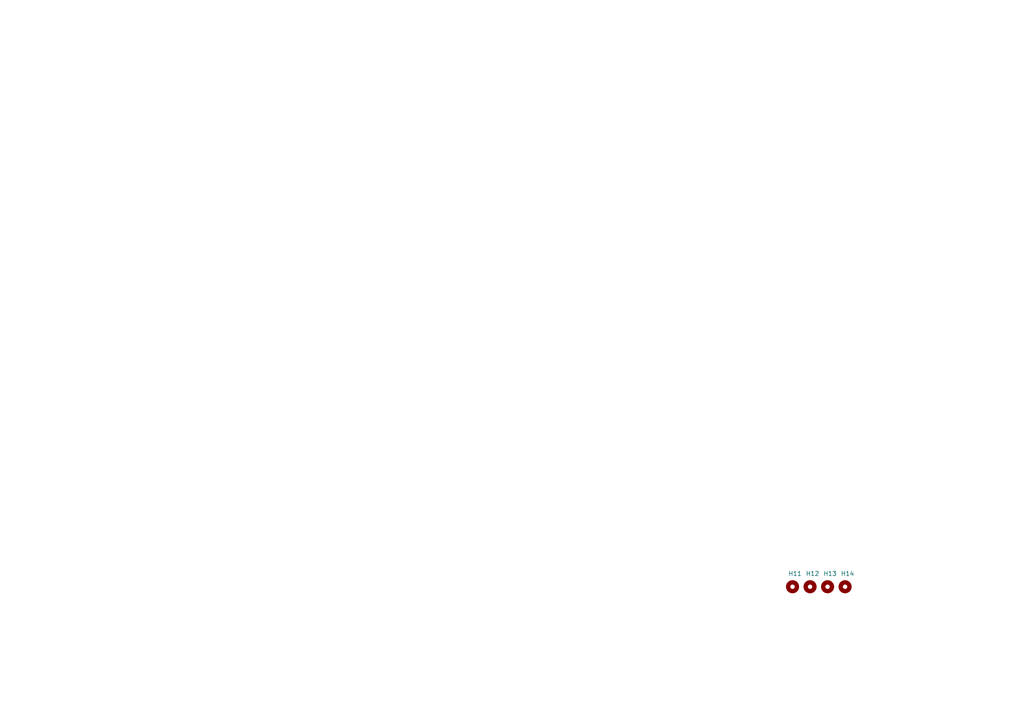
<source format=kicad_sch>
(kicad_sch (version 20230121) (generator eeschema)
  (paper "A4")
  (lib_symbols
    (symbol "Mechanical:MountingHole" (pin_names (offset 1.016))
      (property "Reference" "H" (at 0 5.08 0))
      (property "Value" "MountingHole" (at 0 3.175 0))
      (symbol "MountingHole_0_1"
        (circle (center 0 0) (radius 1.27) (stroke (width 1.27)))
      )
    )
  )
  (symbol (lib_id "Mechanical:MountingHole") (at 234.95 170.18 0) (unit 1)
    (property "Reference" "H12" (at 233.68 166.37 0) (effects (justify left)))
    (property "Value" "MountingHole" (effects hide))
    (property "Footprint" "MountingHole:MountingHole_3mm" (effects hide))
  )
  (symbol (lib_id "Mechanical:MountingHole") (at 229.87 170.18 0) (unit 1)
    (property "Reference" "H11" (at 228.6 166.37 0) (effects (justify left)))
    (property "Value" "MountingHole" (effects hide))
    (property "Footprint" "MountingHole:MountingHole_3mm" (effects hide))
  )
  (symbol (lib_id "Mechanical:MountingHole") (at 245.11 170.18 0) (unit 1)
    (property "Reference" "H14" (at 243.84 166.37 0) (effects (justify left)))
    (property "Value" "MountingHole" (effects hide))
    (property "Footprint" "MountingHole:MountingHole_3mm" (effects hide))
  )
  (symbol (lib_id "Mechanical:MountingHole") (at 240.03 170.18 0) (unit 1)
    (property "Reference" "H13" (at 238.76 166.37 0) (effects (justify left)))
    (property "Value" "MountingHole" (effects hide))
    (property "Footprint" "MountingHole:MountingHole_3mm" (effects hide))
  )
)
</source>
